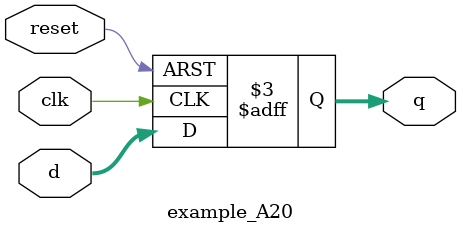
<source format=sv>
`timescale 1ns/1ps
module example_A20
                      #(parameter w = 4)
                      (input logic clk, reset,
                       input logic [w-1:0] d,
                       output logic [w-1:0] q);
          always_ff @(posedge clk, posedge reset)
          begin
           if (reset == 1) q <= 4'b0;

           else q <= d;
         end
endmodule
	

</source>
